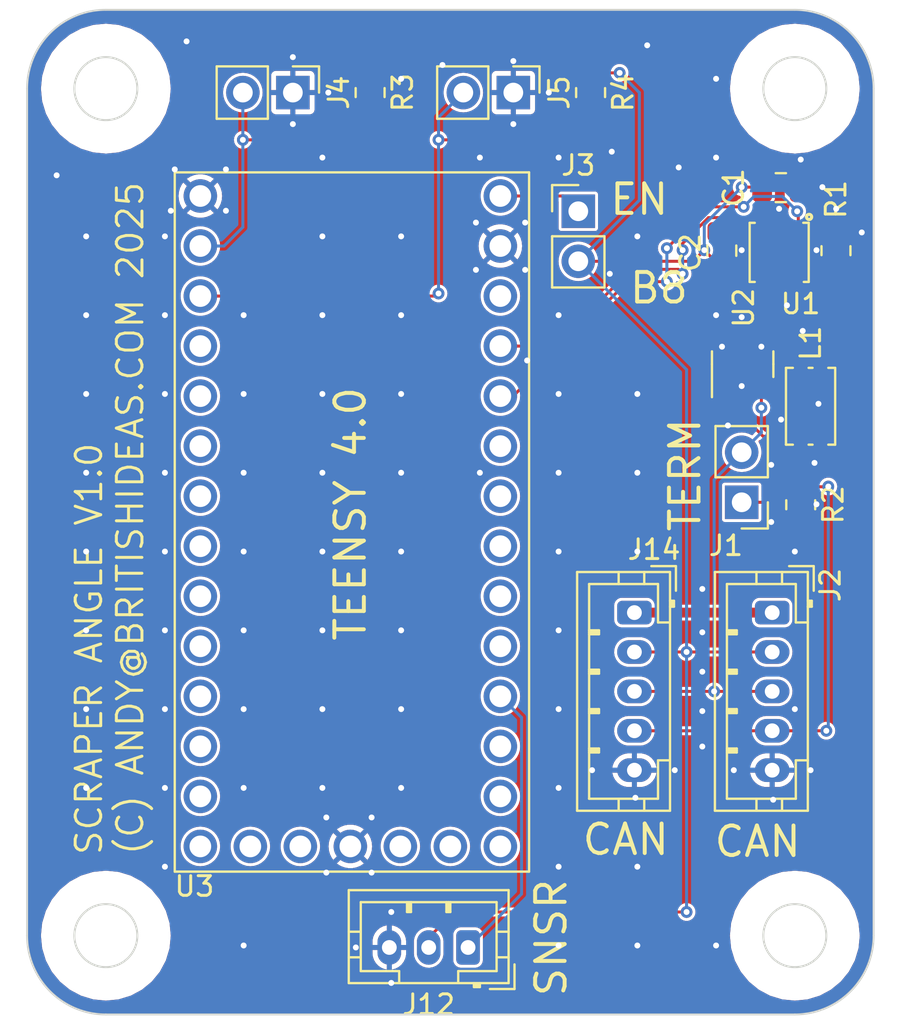
<source format=kicad_pcb>
(kicad_pcb (version 20221018) (generator pcbnew)
  (layers (0 "F.Cu" signal) (31 "B.Cu" signal) (34 "B.Paste" user) (35 "F.Paste" user) (36 "B.SilkS" user "B.Silkscreen") (37 "F.SilkS" user "F.Silkscreen") (38 "B.Mask" user) (39 "F.Mask" user) (44 "Edge.Cuts" user))
  (net 0 "")
  (net 1 "+5V")
  (net 2 "GND")
  (net 3 "Net-(J1-Pin_1)")
  (net 4 "/CAN/CAN_H")
  (net 5 "+12V")
  (net 6 "/CAN/CAN_L")
  (net 7 "Net-(J3-Pin_1)")
  (net 8 "Net-(J4-Pin_2)")
  (net 9 "Net-(J5-Pin_2)")
  (net 10 "/SENSOR_SIG")
  (net 30 "Net-(U1-CANL)")
  (net 31 "Net-(U1-CANH)")
  (net 32 "Net-(U1-STB)")
  (net 33 "/CAN/CAN_TX")
  (net 34 "/CAN/CAN_RX")
  (footprint "Connector_PinHeader_2.54mm:PinHeader_1x02_P2.54mm_Vertical" (layer "F.Cu") (at 138.5 63.225)
    (fp_text reference "J3" (at 0 -2.33) (layer "F.SilkS"))
    (fp_text value "Conn_01x02")
    (pad "1" thru_hole rect (at 0 0) (size 1.7 1.7) (drill 1) (layers "*.Cu" "*.Mask") (net 7 "Net-(J3-Pin_1)"))
    (pad "2" thru_hole oval (at 0 2.54) (size 1.7 1.7) (drill 1) (layers "*.Cu" "*.Mask") (net 1 "+5V"))
  )
  (footprint "Package_TO_SOT_SMD:SOT-23" (layer "F.Cu") (at 146.85 70.9875 90)
    (fp_text reference "U2" (at 2.8625 0.05 90) (layer "F.SilkS"))
    (fp_text value "PESD2CANFD24V-TR")
    (pad "1" smd roundrect (at -0.9375 -0.95 90) (size 1.475 0.6) (layers "F.Cu" "F.Paste" "F.Mask") (net 6 "/CAN/CAN_L"))
    (pad "2" smd roundrect (at -0.9375 0.95 90) (size 1.475 0.6) (layers "F.Cu" "F.Paste" "F.Mask") (net 4 "/CAN/CAN_H"))
    (pad "3" smd roundrect (at 0.9375 0 90) (size 1.475 0.6) (layers "F.Cu" "F.Paste" "F.Mask") (net 2 "GND"))
  )
  (footprint "Connector_JST:JST_PH_B5B-PH-K_1x05_P2.00mm_Vertical" (layer "F.Cu") (at 141.35 83.6 -90)
    (fp_text reference "J14" (at -3.2 -1 -180) (layer "F.SilkS"))
    (fp_text value "CAN BUS")
    (pad "1" thru_hole roundrect (at 0 0 270) (size 1.2 1.75) (drill 0.75) (layers "*.Cu" "*.Mask") (roundrect_rratio 0.2083333333) (net 5 "+12V"))
    (pad "2" thru_hole oval (at 2 0 270) (size 1.2 1.75) (drill 0.75) (layers "*.Cu" "*.Mask") (net 1 "+5V"))
    (pad "3" thru_hole oval (at 4 0 270) (size 1.2 1.75) (drill 0.75) (layers "*.Cu" "*.Mask") (net 4 "/CAN/CAN_H"))
    (pad "4" thru_hole oval (at 6 0 270) (size 1.2 1.75) (drill 0.75) (layers "*.Cu" "*.Mask") (net 6 "/CAN/CAN_L"))
    (pad "5" thru_hole oval (at 8 0 270) (size 1.2 1.75) (drill 0.75) (layers "*.Cu" "*.Mask") (net 2 "GND"))
  )
  (footprint "Resistor_SMD:R_0805_2012Metric" (layer "F.Cu") (at 127.925 57.2 -90)
    (fp_text reference "R3" (at 0 -1.65 90) (layer "F.SilkS"))
    (fp_text value "10k")
    (pad "1" smd roundrect (at -0.9125 0 270) (size 1.025 1.4) (layers "F.Cu" "F.Paste" "F.Mask") (roundrect_rratio 0.243902439) (net 1 "+5V"))
    (pad "2" smd roundrect (at 0.9125 0 270) (size 1.025 1.4) (layers "F.Cu" "F.Paste" "F.Mask") (roundrect_rratio 0.243902439) (net 8 "Net-(J4-Pin_2)"))
  )
  (footprint "Connector_PinHeader_2.54mm:PinHeader_1x02_P2.54mm_Vertical" (layer "F.Cu") (at 124 57.2 -90)
    (fp_text reference "J4" (at 0 -2.33 90) (layer "F.SilkS"))
    (fp_text value "Conn_01x02")
    (pad "1" thru_hole rect (at 0 0 270) (size 1.7 1.7) (drill 1) (layers "*.Cu" "*.Mask") (net 2 "GND"))
    (pad "2" thru_hole oval (at 0 2.54 270) (size 1.7 1.7) (drill 1) (layers "*.Cu" "*.Mask") (net 8 "Net-(J4-Pin_2)"))
  )
  (footprint "EmSA:ACT1210-510-2P-TL00" (layer "F.Cu") (at 150.3 73.125 -90)
    (fp_text reference "L1" (at -3.2 0 90) (layer "F.SilkS"))
    (fp_text value "ACT1210-510-2P-TL00")
    (pad "1" smd rect (at -1.525 -0.5 270) (size 1.05 0.6) (layers "F.Cu" "F.Paste" "F.Mask") (net 31 "Net-(U1-CANH)"))
    (pad "2" smd rect (at -1.525 0.5 270) (size 1.05 0.6) (layers "F.Cu" "F.Paste" "F.Mask") (net 30 "Net-(U1-CANL)"))
    (pad "3" smd rect (at 1.525 0.5 270) (size 1.05 0.6) (layers "F.Cu" "F.Paste" "F.Mask") (net 6 "/CAN/CAN_L"))
    (pad "4" smd rect (at 1.525 -0.5 270) (size 1.05 0.6) (layers "F.Cu" "F.Paste" "F.Mask") (net 4 "/CAN/CAN_H"))
  )
  (footprint "Connector_JST:JST_PH_B3B-PH-K_1x03_P2.00mm_Vertical" (layer "F.Cu") (at 132.9 100.6 180)
    (fp_text reference "J12" (at 2 -2.9 180) (layer "F.SilkS"))
    (fp_text value "SENSOR")
    (pad "1" thru_hole roundrect (at 0 0 180) (size 1.2 1.75) (drill 0.75) (layers "*.Cu" "*.Mask") (roundrect_rratio 0.2083333333) (net 10 "/SENSOR_SIG"))
    (pad "2" thru_hole oval (at 2 0 180) (size 1.2 1.75) (drill 0.75) (layers "*.Cu" "*.Mask") (net 1 "+5V"))
    (pad "3" thru_hole oval (at 4 0 180) (size 1.2 1.75) (drill 0.75) (layers "*.Cu" "*.Mask") (net 2 "GND"))
  )
  (footprint "EmSA:HVSON8_0_65mm" (layer "F.Cu") (at 149.675 63.9625 180)
    (fp_text reference "U1" (at -0.1153 -3.96375) (layer "F.SilkS"))
    (fp_text value "TJA1462ATK-0Z")
    (pad "" smd rect (at 0.975 -1.3625 180) (size 2.45 1.65) (layers "F.Cu" "F.Paste" "F.Mask"))
    (pad "1" smd rect (at 0 0 180) (size 0.3 0.525) (layers "F.Cu" "F.Paste" "F.Mask") (net 33 "/CAN/CAN_TX"))
    (pad "2" smd rect (at 0.65 0 180) (size 0.3 0.525) (layers "F.Cu" "F.Paste" "F.Mask") (net 2 "GND"))
    (pad "3" smd rect (at 1.3 0 180) (size 0.3 0.525) (layers "F.Cu" "F.Paste" "F.Mask") (net 1 "+5V"))
    (pad "4" smd rect (at 1.95 0 180) (size 0.3 0.525) (layers "F.Cu" "F.Paste" "F.Mask") (net 34 "/CAN/CAN_RX"))
    (pad "5" smd rect (at 1.95 -2.725 180) (size 0.3 0.525) (layers "F.Cu" "F.Paste" "F.Mask") (net 1 "+5V"))
    (pad "6" smd rect (at 1.3 -2.725 180) (size 0.3 0.525) (layers "F.Cu" "F.Paste" "F.Mask") (net 30 "Net-(U1-CANL)"))
    (pad "7" smd rect (at 0.65 -2.725 180) (size 0.3 0.525) (layers "F.Cu" "F.Paste" "F.Mask") (net 31 "Net-(U1-CANH)"))
    (pad "8" smd rect (at 0 -2.725 180) (size 0.3 0.525) (layers "F.Cu" "F.Paste" "F.Mask") (net 32 "Net-(U1-STB)"))
  )
  (footprint "Fiducial:Fiducial_0.5mm_Mask1mm" (layer "F.Cu") (at 112.2 63.2)
    (fp_text reference "FID1" hide)
    (fp_text value "Fiducial")
    (pad "" smd circle (at 0 0) (size 0.5 0.5) (layers "F.Cu" "F.Mask") (clearance 0.25))
  )
  (footprint "Connector_PinHeader_2.54mm:PinHeader_1x02_P2.54mm_Vertical" (layer "F.Cu") (at 135.2 57.2 -90)
    (fp_text reference "J5" (at 0 -2.33 90) (layer "F.SilkS"))
    (fp_text value "Conn_01x02")
    (pad "1" thru_hole rect (at 0 0 270) (size 1.7 1.7) (drill 1) (layers "*.Cu" "*.Mask") (net 2 "GND"))
    (pad "2" thru_hole oval (at 0 2.54 270) (size 1.7 1.7) (drill 1) (layers "*.Cu" "*.Mask") (net 9 "Net-(J5-Pin_2)"))
  )
  (footprint "Britishideas:Teensy_4.0" (layer "F.Cu") (at 119.3 62.45)
    (fp_text reference "U3" (at -0.3 35.05 unlocked) (layer "F.SilkS"))
    (fp_text value "TEENSY 4.0")
    (fp_text user "TEENSY 4.0" (at 8.5 22.7 90 unlocked) (layer "F.SilkS") (effects (font (size 1.5 1.5) (thickness 0.2)) (justify left bottom)))
    (pad "1" thru_hole circle (at 0 0) (size 1.7 1.7) (drill 1.1) (layers "*.Cu" "*.Mask") (net 2 "GND"))
    (pad "2" thru_hole circle (at 0 2.54) (size 1.7 1.7) (drill 1.1) (layers "*.Cu" "*.Mask") (net 8 "Net-(J4-Pin_2)"))
    (pad "3" thru_hole circle (at 0 5.08) (size 1.7 1.7) (drill 1.1) (layers "*.Cu" "*.Mask") (net 9 "Net-(J5-Pin_2)"))
    (pad "4" thru_hole circle (at 0 7.62) (size 1.7 1.7) (drill 1.1) (layers "*.Cu" "*.Mask"))
    (pad "5" thru_hole circle (at 0 10.16) (size 1.7 1.7) (drill 1.1) (layers "*.Cu" "*.Mask"))
    (pad "6" thru_hole circle (at 0 12.7) (size 1.7 1.7) (drill 1.1) (layers "*.Cu" "*.Mask"))
    (pad "7" thru_hole circle (at 0 15.24) (size 1.7 1.7) (drill 1.1) (layers "*.Cu" "*.Mask"))
    (pad "8" thru_hole circle (at 0 17.78) (size 1.7 1.7) (drill 1.1) (layers "*.Cu" "*.Mask"))
    (pad "9" thru_hole circle (at 0 20.32) (size 1.7 1.7) (drill 1.1) (layers "*.Cu" "*.Mask"))
    (pad "10" thru_hole circle (at 0 22.86) (size 1.7 1.7) (drill 1.1) (layers "*.Cu" "*.Mask"))
    (pad "11" thru_hole circle (at 0 25.4) (size 1.7 1.7) (drill 1.1) (layers "*.Cu" "*.Mask"))
    (pad "12" thru_hole circle (at 0 27.94) (size 1.7 1.7) (drill 1.1) (layers "*.Cu" "*.Mask"))
    (pad "13" thru_hole circle (at 0 30.48) (size 1.7 1.7) (drill 1.1) (layers "*.Cu" "*.Mask"))
    (pad "14" thru_hole circle (at 0 33.02) (size 1.7 1.7) (drill 1.1) (layers "*.Cu" "*.Mask"))
    (pad "15" thru_hole circle (at 2.54 33.02) (size 1.7 1.7) (drill 1.1) (layers "*.Cu" "*.Mask"))
    (pad "16" thru_hole circle (at 5.08 33.02) (size 1.7 1.7) (drill 1.1) (layers "*.Cu" "*.Mask"))
    (pad "17" thru_hole circle (at 7.62 33.02) (size 1.7 1.7) (drill 1.1) (layers "*.Cu" "*.Mask") (net 2 "GND"))
    (pad "18" thru_hole circle (at 10.16 33.02) (size 1.7 1.7) (drill 1.1) (layers "*.Cu" "*.Mask"))
    (pad "19" thru_hole circle (at 12.7 33.02) (size 1.7 1.7) (drill 1.1) (layers "*.Cu" "*.Mask"))
    (pad "20" thru_hole circle (at 15.24 33.02) (size 1.7 1.7) (drill 1.1) (layers "*.Cu" "*.Mask"))
    (pad "21" thru_hole circle (at 15.24 30.48) (size 1.7 1.7) (drill 1.1) (layers "*.Cu" "*.Mask"))
    (pad "22" thru_hole circle (at 15.24 27.94) (size 1.7 1.7) (drill 1.1) (layers "*.Cu" "*.Mask"))
    (pad "23" thru_hole circle (at 15.24 25.4) (size 1.7 1.7) (drill 1.1) (layers "*.Cu" "*.Mask") (net 10 "/SENSOR_SIG"))
    (pad "24" thru_hole circle (at 15.24 22.86) (size 1.7 1.7) (drill 1.1) (layers "*.Cu" "*.Mask"))
    (pad "25" thru_hole circle (at 15.24 20.32) (size 1.7 1.7) (drill 1.1) (layers "*.Cu" "*.Mask"))
    (pad "26" thru_hole circle (at 15.24 17.78) (size 1.7 1.7) (drill 1.1) (layers "*.Cu" "*.Mask"))
    (pad "27" thru_hole circle (at 15.24 15.24) (size 1.7 1.7) (drill 1.1) (layers "*.Cu" "*.Mask"))
    (pad "28" thru_hole circle (at 15.24 12.7) (size 1.7 1.7) (drill 1.1) (layers "*.Cu" "*.Mask"))
    (pad "29" thru_hole circle (at 15.24 10.16) (size 1.7 1.7) (drill 1.1) (layers "*.Cu" "*.Mask") (net 33 "/CAN/CAN_TX"))
    (pad "30" thru_hole circle (at 15.24 7.62) (size 1.7 1.7) (drill 1.1) (layers "*.Cu" "*.Mask") (net 34 "/CAN/CAN_RX"))
    (pad "31" thru_hole circle (at 15.24 5.08) (size 1.7 1.7) (drill 1.1) (layers "*.Cu" "*.Mask"))
    (pad "32" thru_hole circle (at 15.24 2.54) (size 1.7 1.7) (drill 1.1) (layers "*.Cu" "*.Mask") (net 2 "GND"))
    (pad "33" thru_hole circle (at 15.24 0) (size 1.7 1.7) (drill 1.1) (layers "*.Cu" "*.Mask") (net 7 "Net-(J3-Pin_1)"))
  )
  (footprint "Resistor_SMD:R_0805_2012Metric" (layer "F.Cu") (at 139.125 57.2 -90)
    (fp_text reference "R4" (at 0 -1.65 90) (layer "F.SilkS"))
    (fp_text value "10k")
    (pad "1" smd roundrect (at -0.9125 0 270) (size 1.025 1.4) (layers "F.Cu" "F.Paste" "F.Mask") (roundrect_rratio 0.243902439) (net 1 "+5V"))
    (pad "2" smd roundrect (at 0.9125 0 270) (size 1.025 1.4) (layers "F.Cu" "F.Paste" "F.Mask") (roundrect_rratio 0.243902439) (net 9 "Net-(J5-Pin_2)"))
  )
  (footprint "Resistor_SMD:R_0805_2012Metric" (layer "F.Cu") (at 151.5903 65.22625 -90)
    (fp_text reference "R1" (at -2.6 0 90) (layer "F.SilkS"))
    (fp_text value "10k")
    (pad "1" smd roundrect (at -0.9125 0 270) (size 1.025 1.4) (layers "F.Cu" "F.Paste" "F.Mask") (roundrect_rratio 0.243902439) (net 2 "GND"))
    (pad "2" smd roundrect (at 0.9125 0 270) (size 1.025 1.4) (layers "F.Cu" "F.Paste" "F.Mask") (roundrect_rratio 0.243902439) (net 32 "Net-(U1-STB)"))
  )
  (footprint "Fiducial:Fiducial_0.5mm_Mask1mm" (layer "F.Cu") (at 143.8 102)
    (fp_text reference "FID3" hide)
    (fp_text value "Fiducial")
    (pad "" smd circle (at 0 0) (size 0.5 0.5) (layers "F.Cu" "F.Mask") (clearance 0.25))
  )
  (footprint "Fiducial:Fiducial_0.5mm_Mask1mm" (layer "F.Cu") (at 144.4 54.6)
    (fp_text reference "FID2" hide)
    (fp_text value "Fiducial")
    (pad "" smd circle (at 0 0) (size 0.5 0.5) (layers "F.Cu" "F.Mask") (clearance 0.25))
  )
  (footprint "Capacitor_SMD:C_0805_2012Metric" (layer "F.Cu") (at 145.7903 65.22625 90)
    (fp_text reference "C2" (at -0.1 -1.6 90) (layer "F.SilkS"))
    (fp_text value "100n")
    (pad "1" smd roundrect (at -0.95 0 90) (size 1 1.45) (layers "F.Cu" "F.Paste" "F.Mask") (net 1 "+5V"))
    (pad "2" smd roundrect (at 0.95 0 90) (size 1 1.45) (layers "F.Cu" "F.Paste" "F.Mask") (net 2 "GND"))
  )
  (footprint "Connector_PinHeader_2.54mm:PinHeader_1x02_P2.54mm_Vertical" (layer "F.Cu") (at 146.8 78 180)
    (fp_text reference "J1" (at 0.8 -2.2) (layer "F.SilkS"))
    (fp_text value "TERM")
    (pad "1" thru_hole rect (at 0 0 180) (size 1.7 1.7) (drill 1) (layers "*.Cu" "*.Mask") (net 3 "Net-(J1-Pin_1)"))
    (pad "2" thru_hole oval (at 0 2.54 180) (size 1.7 1.7) (drill 1) (layers "*.Cu" "*.Mask") (net 4 "/CAN/CAN_H"))
  )
  (footprint "Connector_JST:JST_PH_B5B-PH-K_1x05_P2.00mm_Vertical" (layer "F.Cu") (at 148.35 83.6 -90)
    (fp_text reference "J2" (at -1.4 -2.95 90) (layer "F.SilkS"))
    (fp_text value "CAN BUS")
    (pad "1" thru_hole roundrect (at 0 0 270) (size 1.2 1.75) (drill 0.75) (layers "*.Cu" "*.Mask") (roundrect_rratio 0.2083333333) (net 5 "+12V"))
    (pad "2" thru_hole oval (at 2 0 270) (size 1.2 1.75) (drill 0.75) (layers "*.Cu" "*.Mask") (net 1 "+5V"))
    (pad "3" thru_hole oval (at 4 0 270) (size 1.2 1.75) (drill 0.75) (layers "*.Cu" "*.Mask") (net 4 "/CAN/CAN_H"))
    (pad "4" thru_hole oval (at 6 0 270) (size 1.2 1.75) (drill 0.75) (layers "*.Cu" "*.Mask") (net 6 "/CAN/CAN_L"))
    (pad "5" thru_hole oval (at 8 0 270) (size 1.2 1.75) (drill 0.75) (layers "*.Cu" "*.Mask") (net 2 "GND"))
  )
  (footprint "Capacitor_SMD:C_0805_2012Metric" (layer "F.Cu") (at 148.7903 62.02625)
    (fp_text reference "C1" (at -2.4 0 90) (layer "F.SilkS"))
    (fp_text value "100n")
    (pad "1" smd roundrect (at -0.95 0) (size 1 1.45) (layers "F.Cu" "F.Paste" "F.Mask") (net 1 "+5V"))
    (pad "2" smd roundrect (at 0.95 0) (size 1 1.45) (layers "F.Cu" "F.Paste" "F.Mask") (net 2 "GND"))
  )
  (footprint "Resistor_SMD:R_0805_2012Metric" (layer "F.Cu") (at 149.8 78.125 -90)
    (fp_text reference "R2" (at 0 -1.65 90) (layer "F.SilkS"))
    (fp_text value "120")
    (pad "1" smd roundrect (at -0.9125 0 270) (size 1.025 1.4) (layers "F.Cu" "F.Paste" "F.Mask") (roundrect_rratio 0.243902439) (net 6 "/CAN/CAN_L"))
    (pad "2" smd roundrect (at 0.9125 0 270) (size 1.025 1.4) (layers "F.Cu" "F.Paste" "F.Mask") (roundrect_rratio 0.243902439) (net 3 "Net-(J1-Pin_1)"))
  )
  (gr_line (start 153.5 57) (end 153.5 100) (stroke (width 0.1)) (layer "Edge.Cuts"))
  (gr_arc (start 149.5 53) (mid 152.328427 54.171573) (end 153.5 57) (stroke (width 0.1)) (layer "Edge.Cuts"))
  (gr_arc (start 114.5 104) (mid 111.671573 102.828427) (end 110.5 100) (stroke (width 0.1)) (layer "Edge.Cuts"))
  (gr_line (start 110.5 100) (end 110.5 57) (stroke (width 0.1)) (layer "Edge.Cuts"))
  (gr_arc (start 110.5 57) (mid 111.671573 54.171573) (end 114.5 53) (stroke (width 0.1)) (layer "Edge.Cuts"))
  (gr_circle (center 114.5 100) (end 116.1 100) (stroke (width 0.1)) (fill none) (layer "Edge.Cuts"))
  (gr_circle (center 149.5 100) (end 151.1 100) (stroke (width 0.1)) (fill none) (layer "Edge.Cuts"))
  (gr_arc (start 153.5 100) (mid 152.328427 102.828427) (end 149.5 104) (stroke (width 0.1)) (layer "Edge.Cuts"))
  (gr_line (start 114.5 53) (end 149.5 53) (stroke (width 0.1)) (layer "Edge.Cuts"))
  (gr_line (start 149.5 104) (end 114.5 104) (stroke (width 0.1)) (layer "Edge.Cuts"))
  (gr_circle (center 149.5 57) (end 151.1 57) (stroke (width 0.1)) (fill none) (layer "Edge.Cuts"))
  (gr_circle (center 114.5 57) (end 116.1 57) (stroke (width 0.1)) (fill none) (layer "Edge.Cuts"))
  (gr_text "CAN" (at 138.6 96) (layer "F.SilkS") (effects (font (size 1.5 1.5) (thickness 0.2)) (justify left bottom)))
  (gr_text "EN" (at 140 63.5) (layer "F.SilkS") (effects (font (size 1.5 1.5) (thickness 0.2)) (justify left bottom)))
  (gr_text "CAN" (at 145.3 96.1) (layer "F.SilkS") (effects (font (size 1.5 1.5) (thickness 0.2)) (justify left bottom)))
  (gr_text "TERM" (at 144.8 79.6 90) (layer "F.SilkS") (effects (font (size 1.5 1.5) (thickness 0.2)) (justify left bottom)))
  (gr_text "SNSR" (at 138 103.2 90) (layer "F.SilkS") (effects (font (size 1.5 1.5) (thickness 0.2)) (justify left bottom)))
  (gr_text "B8" (at 141 68) (layer "F.SilkS") (effects (font (size 1.5 1.5) (thickness 0.2)) (justify left bottom)))
  (gr_text "SCRAPER ANGLE V1.0\n(C) ANDY@BRITISHIDEAS.COM 2025" (at 116.5 96 90) (layer "F.SilkS") (effects (font (size 1.3 1.3)) (justify left bottom)))
  (segment (start 144.335 65.765) (end 144.9 65.2) (width 0.152) (layer "F.Cu") (net 1))
  (segment (start 143.999992 85.6) (end 141.35 85.6) (width 0.152) (layer "F.Cu") (net 1))
  (segment (start 140.6 56.2) (end 139.2125 56.2) (width 0.152) (layer "F.Cu") (net 1))
  (segment (start 147.8403 63.3153) (end 147.8403 62.02625) (width 0.152) (layer "F.Cu") (net 1))
  (segment (start 144 98.8) (end 132.2 98.8) (width 0.152) (layer "F.Cu") (net 1))
  (segment (start 145.7903 66.17625) (end 145.7903 66.0903) (width 0.152) (layer "F.Cu") (net 1))
  (segment (start 139.2125 56.2) (end 139.125 56.2875) (width 0.152) (layer "F.Cu") (net 1))
  (segment (start 147.81405 62) (end 147.8403 62.02625) (width 0.152) (layer "F.Cu") (net 1))
  (segment (start 127.925 55.675) (end 128.8 54.8) (width 0.152) (layer "F.Cu") (net 1))
  (segment (start 148.35 85.6) (end 144 85.6) (width 0.152) (layer "F.Cu") (net 1))
  (segment (start 139.125 56.125) (end 139.125 56.2875) (width 0.152) (layer "F.Cu") (net 1))
  (segment (start 132.2 98.8) (end 130.4 100.6) (width 0.152) (layer "F.Cu") (net 1))
  (segment (start 143.999996 85.599996) (end 143.999992 85.6) (width 0.152) (layer "F.Cu") (net 1))
  (segment (start 138.5 65.765) (end 144.335 65.765) (width 0.152) (layer "F.Cu") (net 1))
  (segment (start 148.375 63.9625) (end 148.375 63.85) (width 0.152) (layer "F.Cu") (net 1))
  (segment (start 146.30155 66.6875) (end 145.7903 66.17625) (width 0.152) (layer "F.Cu") (net 1))
  (segment (start 127.925 56.2875) (end 127.925 55.675) (width 0.152) (layer "F.Cu") (net 1))
  (segment (start 137.8 54.8) (end 139.125 56.125) (width 0.152) (layer "F.Cu") (net 1))
  (segment (start 147.725 66.6875) (end 146.30155 66.6875) (width 0.152) (layer "F.Cu") (net 1))
  (segment (start 145.7903 66.0903) (end 144.9 65.2) (width 0.152) (layer "F.Cu") (net 1))
  (segment (start 148.375 63.85) (end 147.8403 63.3153) (width 0.152) (layer "F.Cu") (net 1))
  (segment (start 144 85.6) (end 143.999996 85.599996) (width 0.152) (layer "F.Cu") (net 1))
  (segment (start 128.8 54.8) (end 137.8 54.8) (width 0.152) (layer "F.Cu") (net 1))
  (segment (start 146.8 62) (end 147.81405 62) (width 0.152) (layer "F.Cu") (net 1))
  (via (at 143.999996 85.599996) (size 0.6) (drill 0.3) (layers "F.Cu" "B.Cu") (net 1))
  (via (at 144.9 65.2) (size 0.6) (drill 0.3) (layers "F.Cu" "B.Cu") (net 1))
  (via (at 146.8 62) (size 0.6) (drill 0.3) (layers "F.Cu" "B.Cu") (net 1))
  (via (at 140.6 56.2) (size 0.6) (drill 0.3) (layers "F.Cu" "B.Cu") (net 1))
  (via (at 144 98.8) (size 0.6) (drill 0.3) (layers "F.Cu" "B.Cu") (net 1))
  (segment (start 144.9 63.9) (end 146.8 62) (width 0.152) (layer "B.Cu") (net 1))
  (segment (start 141.6 62.665) (end 141.6 57.6) (width 0.152) (layer "B.Cu") (net 1))
  (segment (start 143.999996 98.799996) (end 144 98.8) (width 0.152) (layer "B.Cu") (net 1))
  (segment (start 144.9 65.2) (end 144.9 63.9) (width 0.152) (layer "B.Cu") (net 1))
  (segment (start 138.5 65.765) (end 141.6 62.665) (width 0.152) (layer "B.Cu") (net 1))
  (segment (start 141.6 57.6) (end 141.6 57.2) (width 0.152) (layer "B.Cu") (net 1))
  (segment (start 143.999996 85.599996) (end 143.999996 98.799996) (width 0.152) (layer "B.Cu") (net 1))
  (segment (start 143.999996 71.264996) (end 138.5 65.765) (width 0.152) (layer "B.Cu") (net 1))
  (segment (start 143.999996 85.599996) (end 143.999996 71.264996) (width 0.152) (layer "B.Cu") (net 1))
  (segment (start 141.6 57.2) (end 140.6 56.2) (width 0.152) (layer "B.Cu") (net 1))
  (segment (start 149.025 63.9625) (end 149.025 63.425) (width 0.152) (layer "F.Cu") (net 2))
  (segment (start 149.025 63.425) (end 148.7 63.1) (width 0.152) (layer "F.Cu") (net 2))
  (via (at 137.5 72.5) (size 0.6) (drill 0.3) (layers "F.Cu" "B.Cu") (net 2))
  (via (at 145.5 100.5) (size 0.6) (drill 0.3) (layers "F.Cu" "B.Cu") (net 2))
  (via (at 149.8 60.6) (size 0.6) (drill 0.3) (layers "F.Cu" "B.Cu") (net 2))
  (via (at 141.5 76.5) (size 0.6) (drill 0.3) (layers "F.Cu" "B.Cu") (net 2))
  (via (at 121.5 100.5) (size 0.6) (drill 0.3) (layers "F.Cu" "B.Cu") (net 2))
  (via (at 121.5 68.5) (size 0.6) (drill 0.3) (layers "F.Cu" "B.Cu") (net 2))
  (via (at 137.5 80.5) (size 0.6) (drill 0.3) (layers "F.Cu" "B.Cu") (net 2))
  (via (at 151.6 63.1) (size 0.6) (drill 0.3) (layers "F.Cu" "B.Cu") (net 2))
  (via (at 113.5 88.5) (size 0.6) (drill 0.3) (layers "F.Cu" "B.Cu") (net 2))
  (via (at 137.5 92.5) (size 0.6) (drill 0.3) (layers "F.Cu" "B.Cu") (net 2))
  (via (at 148.3 79) (size 0.6) (drill 0.3) (layers "F.Cu" "B.Cu") (net 2))
  (via (at 117.5 64.5) (size 0.6) (drill 0.3) (layers "F.Cu" "B.Cu") (net 2))
  (via (at 137 57.2) (size 0.6) (drill 0.3) (layers "F.Cu" "B.Cu") (net 2))
  (via (at 140.1 66.4) (size 0.6) (drill 0.3) (layers "F.Cu" "B.Cu") (net 2))
  (via (at 113.5 84.5) (size 0.6) (drill 0.3) (layers "F.Cu" "B.Cu") (net 2))
  (via (at 144.8 82.4) (size 0.6) (drill 0.3) (layers "F.Cu" "B.Cu") (net 2))
  (via (at 113.5 92.5) (size 0.6) (drill 0.3) (layers "F.Cu" "B.Cu") (net 2))
  (via (at 113.5 64.5) (size 0.6) (drill 0.3) (layers "F.Cu" "B.Cu") (net 2))
  (via (at 137.5 88.5) (size 0.6) (drill 0.3) (layers "F.Cu" "B.Cu") (net 2))
  (via (at 137.5 96.5) (size 0.6) (drill 0.3) (layers "F.Cu" "B.Cu") (net 2))
  (via (at 146.8 68.6) (size 0.6) (drill 0.3) (layers "F.Cu" "B.Cu") (net 2))
  (via (at 125.7 96.8) (size 0.6) (drill 0.3) (layers "F.Cu" "B.Cu") (net 2))
  (via (at 120.6 61.1) (size 0.6) (drill 0.3) (layers "F.Cu" "B.Cu") (net 2))
  (via (at 143.6 61) (size 0.6) (drill 0.3) (layers "F.Cu" "B.Cu") (net 2))
  (via (at 139.2 91.6) (size 0.6) (drill 0.3) (layers "F.Cu" "B.Cu") (net 2))
  (via (at 147.8 70.1) (size 0.6) (drill 0.3) (layers "F.Cu" "B.Cu") (net 2))
  (via (at 125.5 72.5) (size 0.6) (drill 0.3) (layers "F.Cu" "B.Cu") (net 2))
  (via (at 135.9 70.8) (size 0.6) (drill 0.3) (layers "F.Cu" "B.Cu") (net 2))
  (via (at 141.5 100.5) (size 0.6) (drill 0.3) (layers "F.Cu" "B.Cu") (net 2))
  (via (at 141.5 96.5) (size 0.6) (drill 0.3) (layers "F.Cu" "B.Cu") (net 2))
  (via (at 124 55.4) (size 0.6) (drill 0.3) (layers "F.Cu" "B.Cu") (net 2))
  (via (at 125.5 88.5) (size 0.6) (drill 0.3) (layers "F.Cu" "B.Cu") (net 2))
  (via (at 121.5 88.5) (size 0.6) (drill 0.3) (layers "F.Cu" "B.Cu") (net 2))
  (via (at 142 54.8) (size 0.6) (drill 0.3) (layers "F.Cu" "B.Cu") (net 2))
  (via (at 145.5 68.5) (size 0.6) (drill 0.3) (layers "F.Cu" "B.Cu") (net 2))
  (via (at 133.5 60.5) (size 0.6) (drill 0.3) (layers "F.Cu" "B.Cu") (net 2))
  (via (at 125.5 80.5) (size 0.6) (drill 0.3) (layers "F.Cu" "B.Cu") (net 2))
  (via (at 128 96.8) (size 0.6) (drill 0.3) (layers "F.Cu" "B.Cu") (net 2))
  (via (at 135.2 58.8) (size 0.6) (drill 0.3) (layers "F.Cu" "B.Cu") (net 2))
  (via (at 148.8 73.8) (size 0.6) (drill 0.3) (layers "F.Cu" "B.Cu") (net 2))
  (via (at 150.5 76) (size 0.6) (drill 0.3) (layers "F.Cu" "B.Cu") (net 2))
  (via (at 146.8 65.2) (size 0.6) (drill 0.3) (layers "F.Cu" "B.Cu") (net 2))
  (via (at 113.5 72.5) (size 0.6) (drill 0.3) (layers "F.Cu" "B.Cu") (net 2))
  (via (at 117.8 63.2) (size 0.6) (drill 0.3) (layers "F.Cu" "B.Cu") (net 2))
  (via (at 152.9 64.3) (size 0.6) (drill 0.3) (layers "F.Cu" "B.Cu") (net 2))
  (via (at 135.8 63.8) (size 0.6) (drill 0.3) (layers "F.Cu" "B.Cu") (net 2))
  (via (at 141.5 72.5) (size 0.6) (drill 0.3) (layers "F.Cu" "B.Cu") (net 2))
  (via (at 129.5 76.5) (size 0.6) (drill 0.3) (layers "F.Cu" "B.Cu") (net 2))
  (via (at 125.5 64.5) (size 0.6) (drill 0.3) (layers "F.Cu" "B.Cu") (net 2))
  (via (at 148.3 76.1) (size 0.6) (drill 0.3) (layers "F.Cu" "B.Cu") (net 2))
  (via (at 117.5 80.5) (size 0.6) (drill 0.3) (layers "F.Cu" "B.Cu") (net 2))
  (via (at 149.1 68) (size 0.6) (drill 0.3) (layers "F.Cu" "B.Cu") (net 2))
  (via (at 148.7 63.1) (size 0.6) (drill 0.3) (layers "F.Cu" "B.Cu") (net 2))
  (via (at 150.7 73) (size 0.6) (drill 0.3) (layers "F.Cu" "B.Cu") (net 2))
  (via (at 113.5 76.5) (size 0.6) (drill 0.3) (layers "F.Cu" "B.Cu") (net 2))
  (via (at 125.5 76.5) (size 0.6) (drill 0.3) (layers "F.Cu" "B.Cu") (net 2))
  (via (at 127.2 100.6) (size 0.6) (drill 0.3) (layers "F.Cu" "B.Cu") (net 2))
  (via (at 125.5 68.5) (size 0.6) (drill 0.3) (layers "F.Cu" "B.Cu") (net 2))
  (via (at 146.8 72.1) (size 0.6) (drill 0.3) (layers "F.Cu" "B.Cu") (net 2))
  (via (at 149.5 80.5) (size 0.6) (drill 0.3) (layers "F.Cu" "B.Cu") (net 2))
  (via (at 118 61.1) (size 0.6) (drill 0.3) (layers "F.Cu" "B.Cu") (net 2))
  (via (at 141.5 80.5) (size 0.6) (drill 0.3) (layers "F.Cu" "B.Cu") (net 2))
  (via (at 140.2 60.2) (size 0.6) (drill 0.3) (layers "F.Cu" "B.Cu") (net 2))
  (via (at 117.5 84.5) (size 0.6) (drill 0.3) (layers "F.Cu" "B.Cu") (net 2))
  (via (at 121.5 80.5) (size 0.6) (drill 0.3) (layers "F.Cu" "B.Cu") (net 2))
  (via (at 150.6 65.2) (size 0.6) (drill 0.3) (layers "F.Cu" "B.Cu") (net 2))
  (via (at 150.6 78.1) (size 0.6) (drill 0.3) (layers "F.Cu" "B.Cu") (net 2))
  (via (at 145.5 56.5) (size 0.6) (drill 0.3) (layers "F.Cu" "B.Cu") (net 2))
  (via (at 133.3 66.2) (size 0.6) (drill 0.3) (layers "F.Cu" "B.Cu") (net 2))
  (via (at 143.4 91.6) (size 0.6) (drill 0.3) (layers "F.Cu" "B.Cu") (net 2))
  (via (at 141.4 93) (size 0.6) (drill 0.3) (layers "F.Cu" "B.Cu") (net 2))
  (via (at 144.8 90.4) (size 0.6) (drill 0.3) (layers "F.Cu" "B.Cu") (net 2))
  (via (at 137.5 84.5) (size 0.6) (drill 0.3) (layers "F.Cu" "B.Cu") (net 2))
  (via (at 137.5 60.5) (size 0.6) (drill 0.3) (layers "F.Cu" "B.Cu") (net 2))
  (via (at 125.5 60.5) (size 0.6) (drill 0.3) (layers "F.Cu" "B.Cu") (net 2))
  (via (at 149.9 69.3) (size 0.6) (drill 0.3) (layers "F.Cu" "B.Cu") (net 2))
  (via (at 117.5 72.5) (size 0.6) (drill 0.3) (layers "F.Cu" "B.Cu") (net 2))
  (via (at 121.5 72.5) (size 0.6) (drill 0.3) (layers "F.Cu" "B.Cu") (net 2))
  (via (at 144.8 84.6) (size 0.6) (drill 0.3) (layers "F.Cu" "B.Cu") (net 2))
  (via (at 144.8 88.6) (size 0.6) (drill 0.3) (layers "F.Cu" "B.Cu") (net 2))
  (via (at 121.5 84.5) (size 0.6) (drill 0.3) (layers "F.Cu" "B.Cu") (net 2))
  (via (at 125.5 92.5) (size 0.6) (drill 0.3) (layers "F.Cu" "B.Cu") (net 2))
  (via (at 133.5 76.5) (size 0.6) (drill 0.3) (layers "F.Cu" "B.Cu") (net 2))
  (via (at 133.3 63.8) (size 0.6) (drill 0.3) (layers "F.Cu" "B.Cu") (net 2))
  (via (at 150.9 62) (size 0.6) (drill 0.3) (layers "F.Cu" "B.Cu") (net 2))
  (via (at 124 58.8) (size 0.6) (drill 0.3) (layers "F.Cu" "B.Cu") (net 2))
  (via (at 145.8 70.1) (size 0.6) (drill 0.3) (layers "F.Cu" "B.Cu") (net 2))
  (via (at 121.5 76.5) (size 0.6) (drill 0.3) (layers "F.Cu" "B.Cu") (net 2))
  (via (at 113.5 80.5) (size 0.6) (drill 0.3) (layers "F.Cu" "B.Cu") (net 2))
  (via (at 117.5 92.5) (size 0.6) (drill 0.3) (layers "F.Cu" "B.Cu") (net 2))
  (via (at 117.5 68.5) (size 0.6) (drill 0.3) (layers "F.Cu" "B.Cu") (net 2))
  (via (at 131.6 55.8) (size 0.6) (drill 0.3) (layers "F.Cu" "B.Cu") (net 2))
  (via (at 117.5 96.5) (size 0.6) (drill 0.3) (layers "F.Cu" "B.Cu") (net 2))
  (via (at 144.8 86.6) (size 0.6) (drill 0.3) (layers "F.Cu" "B.Cu") (net 2))
  (via (at 129 98.8) (size 0.6) (drill 0.3) (layers "F.Cu" "B.Cu") (net 2))
  (via (at 129.5 80.5) (size 0.6) (drill 0.3) (layers "F.Cu" "B.Cu") (net 2))
  (via (at 145.5 60.5) (size 0.6) (drill 0.3) (layers "F.Cu" "B.Cu") (net 2))
  (via (at 148.4 93.1) (size 0.6) (drill 0.3) (layers "F.Cu" "B.Cu") (net 2))
  (via (at 125.5 84.5) (size 0.6) (drill 0.3) (layers "F.Cu" "B.Cu") (net 2))
  (via (at 113.5 68.5) (size 0.6) (drill 0.3) (layers "F.Cu" "B.Cu") (net 2))
  (via (at 129.5 56.5) (size 0.6) (drill 0.3) (layers "F.Cu" "B.Cu") (net 2))
  (via (at 129.5 88.5) (size 0.6) (drill 0.3) (layers "F.Cu" "B.Cu") (net 2))
  (via (at 117.5 88.5) (size 0.6) (drill 0.3) (layers "F.Cu" "B.Cu") (net 2))
  (via (at 129.5 64.5) (size 0.6) (drill 0.3) (layers "F.Cu" "B.Cu") (net 2))
  (via (at 150.3 91.6) (size 0.6) (drill 0.3) (layers "F.Cu" "B.Cu") (net 2))
  (via (at 137.5 76.5) (size 0.6) (drill 0.3) (layers "F.Cu" "B.Cu") (net 2))
  (via (at 125.8 57.2) (size 0.6) (drill 0.3) (layers "F.Cu" "B.Cu") (net 2))
  (via (at 128 94) (size 0.6) (drill 0.3) (layers "F.Cu" "B.Cu") (net 2))
  (via (at 129.5 92.5) (size 0.6) (drill 0.3) (layers "F.Cu" "B.Cu") (net 2))
  (via (at 129 102.4) (size 0.6) (drill 0.3) (layers "F.Cu" "B.Cu") (net 2))
  (via (at 129.5 68.5) (size 0.6) (drill 0.3) (layers "F.Cu" "B.Cu") (net 2))
  (via (at 129.5 72.5) (size 0.6) (drill 0.3) (layers "F.Cu" "B.Cu") (net 2))
  (via (at 120.6 63.2) (size 0.6) (drill 0.3) (layers "F.Cu" "B.Cu") (net 2))
  (via (at 112 61.4) (size 0.6) (drill 0.3) (layers "F.Cu" "B.Cu") (net 2))
  (via (at 129.5 84.5) (size 0.6) (drill 0.3) (layers "F.Cu" "B.Cu") (net 2))
  (via (at 141.5 64.5) (size 0.6) (drill 0.3) (layers "F.Cu" "B.Cu") (net 2))
  (via (at 135.2 55.6) (size 0.6) (drill 0.3) (layers "F.Cu" "B.Cu") (net 2))
  (via (at 135.8 66.2) (size 0.6) (drill 0.3) (layers "F.Cu" "B.Cu") (net 2))
  (via (at 149.5 88.5) (size 0.6) (drill 0.3) (layers "F.Cu" "B.Cu") (net 2))
  (via (at 137.5 100.5) (size 0.6) (drill 0.3) (layers "F.Cu" "B.Cu") (net 2))
  (via (at 146.4 91.6) (size 0.6) (drill 0.3) (layers "F.Cu" "B.Cu") (net 2))
  (via (at 118.6 54.6) (size 0.6) (drill 0.3) (layers "F.Cu" "B.Cu") (net 2))
  (via (at 121.5 92.5) (size 0.6) (drill 0.3) (layers "F.Cu" "B.Cu") (net 2))
  (via (at 125.7 94) (size 0.6) (drill 0.3) (layers "F.Cu" "B.Cu") (net 2))
  (via (at 137.5 68.5) (size 0.6) (drill 0.3) (layers "F.Cu" "B.Cu") (net 2))
  (via (at 146.1 74.1) (size 0.6) (drill 0.3) (layers "F.Cu" "B.Cu") (net 2))
  (via (at 117.5 76.5) (size 0.6) (drill 0.3) (layers "F.Cu" "B.Cu") (net 2))
  (segment (start 146.8 78) (end 148.7625 78) (width 0.152) (layer "F.Cu") (net 3))
  (segment (start 148.7625 78) (end 149.8 79.0375) (width 0.152) (layer "F.Cu") (net 3))
  (segment (start 148.3 71.925) (end 147.8 71.925) (width 0.152) (layer "F.Cu") (net 4))
  (segment (start 150.8 74.425) (end 148.3 71.925) (width 0.152) (layer "F.Cu") (net 4))
  (segment (start 145.4 87.6) (end 141.35 87.6) (width 0.152) (layer "F.Cu") (net 4))
  (segment (start 145.4 87.6) (end 148.35 87.6) (width 0.152) (layer "F.Cu") (net 4))
  (segment (start 150.8 74.65) (end 150.8 74.425) (width 0.152) (layer "F.Cu") (net 4))
  (segment (start 147.8 71.925) (end 147.8 73.2) (width 0.152) (layer "F.Cu") (net 4))
  (via (at 145.4 87.6) (size 0.6) (drill 0.3) (layers "F.Cu" "B.Cu") (net 4))
  (via (at 147.8 73.2) (size 0.6) (drill 0.3) (layers "F.Cu" "B.Cu") (net 4))
  (segment (start 145.4 76.86) (end 145.4 87.6) (width 0.152) (layer "B.Cu") (net 4))
  (segment (start 147.8 74.46) (end 146.8 75.46) (width 0.152) (layer "B.Cu") (net 4))
  (segment (start 147.8 73.2) (end 147.8 74.46) (width 0.152) (layer "B.Cu") (net 4))
  (segment (start 146.8 75.46) (end 145.4 76.86) (width 0.152) (layer "B.Cu") (net 4))
  (segment (start 148.35 83.6) (end 141.35 83.6) (width 0.5) (layer "F.Cu") (net 5))
  (segment (start 149.8 74.65) (end 147.887501 74.65) (width 0.152) (layer "F.Cu") (net 6))
  (segment (start 149.8 74.65) (end 149.8 77.2125) (width 0.152) (layer "F.Cu") (net 6))
  (segment (start 149.8 77.2125) (end 151.1875 77.2125) (width 0.152) (layer "F.Cu") (net 6))
  (segment (start 147.887501 74.65) (end 145.9 72.662499) (width 0.152) (layer "F.Cu") (net 6))
  (segment (start 145.9 72.662499) (end 145.9 71.925) (width 0.152) (layer "F.Cu") (net 6))
  (segment (start 151.1 89.6) (end 148.35 89.6) (width 0.152) (layer "F.Cu") (net 6))
  (segment (start 151.1875 77.2125) (end 151.2 77.2) (width 0.152) (layer "F.Cu") (net 6))
  (segment (start 148.35 89.6) (end 141.35 89.6) (width 0.152) (layer "F.Cu") (net 6))
  (via (at 151.2 77.2) (size 0.6) (drill 0.3) (layers "F.Cu" "B.Cu") (net 6))
  (via (at 151.1 89.6) (size 0.6) (drill 0.3) (layers "F.Cu" "B.Cu") (net 6))
  (segment (start 151.2 89.5) (end 151.1 89.6) (width 0.152) (layer "B.Cu") (net 6))
  (segment (start 151.2 77.2) (end 151.2 89.5) (width 0.152) (layer "B.Cu") (net 6))
  (segment (start 137.725 62.45) (end 138.5 63.225) (width 0.152) (layer "F.Cu") (net 7))
  (segment (start 134.54 62.45) (end 137.725 62.45) (width 0.152) (layer "F.Cu") (net 7))
  (segment (start 127.925 58.1125) (end 127.7595 58.278) (width 0.152) (layer "F.Cu") (net 8))
  (segment (start 127 59.6) (end 121.46 59.6) (width 0.152) (layer "F.Cu") (net 8))
  (segment (start 127.7595 58.8405) (end 127 59.6) (width 0.152) (layer "F.Cu") (net 8))
  (segment (start 127.7595 58.278) (end 127.7595 58.8405) (width 0.152) (layer "F.Cu") (net 8))
  (via (at 121.46 59.6) (size 0.6) (drill 0.3) (layers "F.Cu" "B.Cu") (net 8))
  (segment (start 120.502081 64.99) (end 121.46 64.032081) (width 0.152) (layer "B.Cu") (net 8))
  (segment (start 121.46 59.6) (end 121.46 57.2) (width 0.152) (layer "B.Cu") (net 8))
  (segment (start 121.46 64.032081) (end 121.46 59.6) (width 0.152) (layer "B.Cu") (net 8))
  (segment (start 119.3 64.99) (end 120.502081 64.99) (width 0.152) (layer "B.Cu") (net 8))
  (segment (start 138 59.6) (end 131.4 59.6) (width 0.152) (layer "F.Cu") (net 9))
  (segment (start 131.27 67.53) (end 131.4 67.4) (width 0.152) (layer "F.Cu") (net 9))
  (segment (start 139.125 58.475) (end 138 59.6) (width 0.152) (layer "F.Cu") (net 9))
  (segment (start 139.125 58.1125) (end 139.125 58.475) (width 0.152) (layer "F.Cu") (net 9))
  (segment (start 119.3 67.53) (end 131.27 67.53) (width 0.152) (layer "F.Cu") (net 9))
  (via (at 131.4 67.4) (size 0.6) (drill 0.3) (layers "F.Cu" "B.Cu") (net 9))
  (via (at 131.4 59.6) (size 0.6) (drill 0.3) (layers "F.Cu" "B.Cu") (net 9))
  (segment (start 131.4 67.4) (end 131.4 59.6) (width 0.152) (layer "B.Cu") (net 9))
  (segment (start 131.4 58.46) (end 132.66 57.2) (width 0.152) (layer "B.Cu") (net 9))
  (segment (start 131.4 59.6) (end 131.4 58.46) (width 0.152) (layer "B.Cu") (net 9))
  (segment (start 134.54 87.85) (end 135.618 88.928) (width 0.152) (layer "B.Cu") (net 10))
  (segment (start 135.618 97.882) (end 132.9 100.6) (width 0.152) (layer "B.Cu") (net 10))
  (segment (start 135.618 88.928) (end 135.618 97.882) (width 0.152) (layer "B.Cu") (net 10))
  (segment (start 148.375 70.175) (end 149.8 71.6) (width 0.152) (layer "F.Cu") (net 30))
  (segment (start 148.375 66.6875) (end 148.375 70.175) (width 0.152) (layer "F.Cu") (net 30))
  (segment (start 150.8 68.575) (end 150.8 71.6) (width 0.152) (layer "F.Cu") (net 31))
  (segment (start 149.025 66.8) (end 150.8 68.575) (width 0.152) (layer "F.Cu") (net 31))
  (segment (start 149.025 66.6875) (end 149.025 66.8) (width 0.152) (layer "F.Cu") (net 31))
  (segment (start 151.04155 66.6875) (end 151.5903 66.13875) (width 0.152) (layer "F.Cu") (net 32))
  (segment (start 149.675 66.6875) (end 151.04155 66.6875) (width 0.152) (layer "F.Cu") (net 32))
  (segment (start 141 66.8) (end 143 66.8) (width 0.152) (layer "F.Cu") (net 33))
  (segment (start 149.675 63.9625) (end 149.675 63.283165) (width 0.152) (layer "F.Cu") (net 33))
  (segment (start 149.675 63.283165) (end 149.618876 63.227041) (width 0.152) (layer "F.Cu") (net 33))
  (segment (start 135.19 72.61) (end 141 66.8) (width 0.152) (layer "F.Cu") (net 33))
  (segment (start 145.1 63) (end 146.9 63) (width 0.152) (layer "F.Cu") (net 33))
  (segment (start 143 65.1) (end 145.1 63) (width 0.152) (layer "F.Cu") (net 33))
  (segment (start 134.54 72.61) (end 135.19 72.61) (width 0.152) (layer "F.Cu") (net 33))
  (via (at 143 66.8) (size 0.6) (drill 0.3) (layers "F.Cu" "B.Cu") (net 33))
  (via (at 149.618876 63.227041) (size 0.6) (drill 0.3) (layers "F.Cu" "B.Cu") (net 33))
  (via (at 146.9 63) (size 0.6) (drill 0.3) (layers "F.Cu" "B.Cu") (net 33))
  (via (at 143 65.1) (size 0.6) (drill 0.3) (layers "F.Cu" "B.Cu") (net 33))
  (segment (start 143 66.8) (end 143 65.1) (width 0.152) (layer "B.Cu") (net 33))
  (segment (start 146.9 63) (end 147.426 62.474) (width 0.152) (layer "B.Cu") (net 33))
  (segment (start 147.426 62.474) (end 148.865835 62.474) (width 0.152) (layer "B.Cu") (net 33))
  (segment (start 148.865835 62.474) (end 149.618876 63.227041) (width 0.152) (layer "B.Cu") (net 33))
  (segment (start 141.19608 66.174) (end 143.574 66.174) (width 0.152) (layer "F.Cu") (net 34))
  (segment (start 143.8 64.858628) (end 145.110378 63.54825) (width 0.152) (layer "F.Cu") (net 34))
  (segment (start 137.30008 70.07) (end 141.19608 66.174) (width 0.152) (layer "F.Cu") (net 34))
  (segment (start 134.54 70.07) (end 137.30008 70.07) (width 0.152) (layer "F.Cu") (net 34))
  (segment (start 147.31075 63.54825) (end 147.725 63.9625) (width 0.152) (layer "F.Cu") (net 34))
  (segment (start 145.110378 63.54825) (end 147.31075 63.54825) (width 0.152) (layer "F.Cu") (net 34))
  (segment (start 143.8 65.2) (end 143.8 64.858628) (width 0.152) (layer "F.Cu") (net 34))
  (segment (start 143.574 66.174) (end 143.8 66.4) (width 0.152) (layer "F.Cu") (net 34))
  (via (at 143.8 65.2) (size 0.6) (drill 0.3) (layers "F.Cu" "B.Cu") (net 34))
  (via (at 143.8 66.4) (size 0.6) (drill 0.3) (layers "F.Cu" "B.Cu") (net 34))
  (segment (start 143.8 66.4) (end 143.8 65.2) (width 0.152) (layer "B.Cu") (net 34))
  (zone (net 0) (net_name "") (layers "F&B.Cu") (connect_pads (clearance 0)) (min_thickness 0.25)
    (keepout (tracks not_allowed) (vias not_allowed) (pads not_allowed) (copperpour not_allowed) (footprints not_allowed))
    (fill (thermal_gap 0.5) (thermal_bridge_width 0.5))
    (polygon (pts (xy 117.8 57) (xy 117.736591 57.643798) (xy 117.548802 58.262855) (xy 117.243849 58.833381) (xy 116.833452 59.333452) (xy 116.333381 59.743849) (xy 115.762855 60.048802) (xy 115.143798 60.236591) (xy 114.5 60.3) (xy 113.856202 60.236591) (xy 113.237145 60.048802) (xy 112.666619 59.743849) (xy 112.166548 59.333452) (xy 111.756151 58.833381) (xy 111.451198 58.262855) (xy 111.263409 57.643798) (xy 111.2 57) (xy 111.263409 56.356202) (xy 111.451198 55.737145) (xy 111.756151 55.166619) (xy 112.166548 54.666548) (xy 112.666619 54.256151) (xy 113.237145 53.951198) (xy 113.856202 53.763409) (xy 114.5 53.7) (xy 115.143798 53.763409) (xy 115.762855 53.951198) (xy 116.333381 54.256151) (xy 116.833452 54.666548) (xy 117.243849 55.166619) (xy 117.548802 55.737145) (xy 117.736591 56.356202)))
  )
  (zone (net 0) (net_name "") (layers "F&B.Cu") (connect_pads (clearance 0)) (min_thickness 0.25)
    (keepout (tracks not_allowed) (vias not_allowed) (pads not_allowed) (copperpour not_allowed) (footprints not_allowed))
    (fill (thermal_gap 0.5) (thermal_bridge_width 0.5))
    (polygon (pts (xy 152.8 57) (xy 152.736591 57.643798) (xy 152.548802 58.262855) (xy 152.243849 58.833381) (xy 151.833452 59.333452) (xy 151.333381 59.743849) (xy 150.762855 60.048802) (xy 150.143798 60.236591) (xy 149.5 60.3) (xy 148.856202 60.236591) (xy 148.237145 60.048802) (xy 147.666619 59.743849) (xy 147.166548 59.333452) (xy 146.756151 58.833381) (xy 146.451198 58.262855) (xy 146.263409 57.643798) (xy 146.2 57) (xy 146.263409 56.356202) (xy 146.451198 55.737145) (xy 146.756151 55.166619) (xy 147.166548 54.666548) (xy 147.666619 54.256151) (xy 148.237145 53.951198) (xy 148.856202 53.763409) (xy 149.5 53.7) (xy 150.143798 53.763409) (xy 150.762855 53.951198) (xy 151.333381 54.256151) (xy 151.833452 54.666548) (xy 152.243849 55.166619) (xy 152.548802 55.737145) (xy 152.736591 56.356202)))
  )
  (zone (net 0) (net_name "") (layers "F&B.Cu") (connect_pads (clearance 0)) (min_thickness 0.25)
    (keepout (tracks not_allowed) (vias not_allowed) (pads not_allowed) (copperpour not_allowed) (footprints not_allowed))
    (fill (thermal_gap 0.5) (thermal_bridge_width 0.5))
    (polygon (pts (xy 152.8 100) (xy 152.736591 100.643798) (xy 152.548802 101.262855) (xy 152.243849 101.833381) (xy 151.833452 102.333452) (xy 151.333381 102.743849) (xy 150.762855 103.048802) (xy 150.143798 103.236591) (xy 149.5 103.3) (xy 148.856202 103.236591) (xy 148.237145 103.048802) (xy 147.666619 102.743849) (xy 147.166548 102.333452) (xy 146.756151 101.833381) (xy 146.451198 101.262855) (xy 146.263409 100.643798) (xy 146.2 100) (xy 146.263409 99.356202) (xy 146.451198 98.737145) (xy 146.756151 98.166619) (xy 147.166548 97.666548) (xy 147.666619 97.256151) (xy 148.237145 96.951198) (xy 148.856202 96.763409) (xy 149.5 96.7) (xy 150.143798 96.763409) (xy 150.762855 96.951198) (xy 151.333381 97.256151) (xy 151.833452 97.666548) (xy 152.243849 98.166619) (xy 152.548802 98.737145) (xy 152.736591 99.356202)))
  )
  (zone (net 2) (net_name "GND") (layers "F&B.Cu") (connect_pads (clearance 0.152)) (min_thickness 0.152) (fill yes (thermal_gap 0.254) (thermal_bridge_width 0.254))
    (polygon (pts (xy 109.5 52.5) (xy 154 52.5) (xy 154 104.5) (xy 110 104.5)))
  )
  (zone (net 0) (net_name "") (layers "F&B.Cu") (connect_pads (clearance 0)) (min_thickness 0.25)
    (keepout (tracks not_allowed) (vias not_allowed) (pads not_allowed) (copperpour not_allowed) (footprints not_allowed))
    (fill (thermal_gap 0.5) (thermal_bridge_width 0.5))
    (polygon (pts (xy 117.8 100) (xy 117.736591 100.643798) (xy 117.548802 101.262855) (xy 117.243849 101.833381) (xy 116.833452 102.333452) (xy 116.333381 102.743849) (xy 115.762855 103.048802) (xy 115.143798 103.236591) (xy 114.5 103.3) (xy 113.856202 103.236591) (xy 113.237145 103.048802) (xy 112.666619 102.743849) (xy 112.166548 102.333452) (xy 111.756151 101.833381) (xy 111.451198 101.262855) (xy 111.263409 100.643798) (xy 111.2 100) (xy 111.263409 99.356202) (xy 111.451198 98.737145) (xy 111.756151 98.166619) (xy 112.166548 97.666548) (xy 112.666619 97.256151) (xy 113.237145 96.951198) (xy 113.856202 96.763409) (xy 114.5 96.7) (xy 115.143798 96.763409) (xy 115.762855 96.951198) (xy 116.333381 97.256151) (xy 116.833452 97.666548) (xy 117.243849 98.166619) (xy 117.548802 98.737145) (xy 117.736591 99.356202)))
  )
)
</source>
